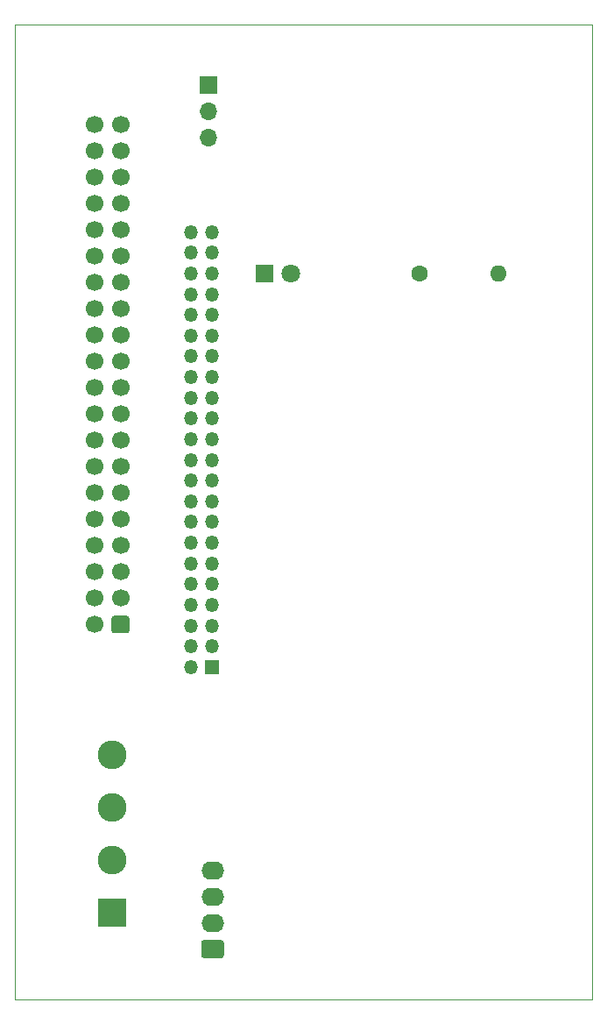
<source format=gbr>
G04 #@! TF.GenerationSoftware,KiCad,Pcbnew,5.1.8+dfsg1-1~bpo10+1*
G04 #@! TF.CreationDate,2020-11-27T20:05:00+01:00*
G04 #@! TF.ProjectId,SeagateST1adapter,53656167-6174-4655-9354-316164617074,1*
G04 #@! TF.SameCoordinates,Original*
G04 #@! TF.FileFunction,Soldermask,Bot*
G04 #@! TF.FilePolarity,Negative*
%FSLAX46Y46*%
G04 Gerber Fmt 4.6, Leading zero omitted, Abs format (unit mm)*
G04 Created by KiCad (PCBNEW 5.1.8+dfsg1-1~bpo10+1) date 2020-11-27 20:05:00*
%MOMM*%
%LPD*%
G01*
G04 APERTURE LIST*
G04 #@! TA.AperFunction,Profile*
%ADD10C,0.050000*%
G04 #@! TD*
%ADD11O,1.600000X1.600000*%
%ADD12C,1.600000*%
%ADD13C,1.800000*%
%ADD14R,1.800000X1.800000*%
%ADD15O,1.700000X1.700000*%
%ADD16R,1.700000X1.700000*%
%ADD17O,1.350000X1.350000*%
%ADD18R,1.350000X1.350000*%
%ADD19C,1.700000*%
%ADD20C,2.780000*%
%ADD21R,2.780000X2.780000*%
%ADD22O,2.190000X1.740000*%
G04 APERTURE END LIST*
D10*
X81330800Y-165100000D02*
X81330800Y-70967600D01*
X137160000Y-165100000D02*
X81330800Y-165100000D01*
X137160000Y-70967600D02*
X137160000Y-165100000D01*
X81330800Y-70967600D02*
X137160000Y-70967600D01*
D11*
G04 #@! TO.C,R1*
X128070000Y-95000000D03*
D12*
X120450000Y-95000000D03*
G04 #@! TD*
D13*
G04 #@! TO.C,D1*
X107990000Y-95000000D03*
D14*
X105450000Y-95000000D03*
G04 #@! TD*
D15*
G04 #@! TO.C,JP1*
X100050000Y-81880000D03*
X100050000Y-79340000D03*
D16*
X100050000Y-76800000D03*
G04 #@! TD*
D17*
G04 #@! TO.C,J7*
X98400000Y-91000000D03*
X100400000Y-91000000D03*
X98400000Y-93000000D03*
X100400000Y-93000000D03*
X98400000Y-95000000D03*
X100400000Y-95000000D03*
X98400000Y-97000000D03*
X100400000Y-97000000D03*
X98400000Y-99000000D03*
X100400000Y-99000000D03*
X98400000Y-101000000D03*
X100400000Y-101000000D03*
X98400000Y-103000000D03*
X100400000Y-103000000D03*
X98400000Y-105000000D03*
X100400000Y-105000000D03*
X98400000Y-107000000D03*
X100400000Y-107000000D03*
X98400000Y-109000000D03*
X100400000Y-109000000D03*
X98400000Y-111000000D03*
X100400000Y-111000000D03*
X98400000Y-113000000D03*
X100400000Y-113000000D03*
X98400000Y-115000000D03*
X100400000Y-115000000D03*
X98400000Y-117000000D03*
X100400000Y-117000000D03*
X98400000Y-119000000D03*
X100400000Y-119000000D03*
X98400000Y-121000000D03*
X100400000Y-121000000D03*
X98400000Y-123000000D03*
X100400000Y-123000000D03*
X98400000Y-125000000D03*
X100400000Y-125000000D03*
X98400000Y-127000000D03*
X100400000Y-127000000D03*
X98400000Y-129000000D03*
X100400000Y-129000000D03*
X98400000Y-131000000D03*
X100400000Y-131000000D03*
X98400000Y-133000000D03*
D18*
X100400000Y-133000000D03*
G04 #@! TD*
D19*
G04 #@! TO.C,J3*
X89010000Y-80640000D03*
X89010000Y-83180000D03*
X89010000Y-85720000D03*
X89010000Y-88260000D03*
X89010000Y-90800000D03*
X89010000Y-93340000D03*
X89010000Y-95880000D03*
X89010000Y-98420000D03*
X89010000Y-100960000D03*
X89010000Y-103500000D03*
X89010000Y-106040000D03*
X89010000Y-108580000D03*
X89010000Y-111120000D03*
X89010000Y-113660000D03*
X89010000Y-116200000D03*
X89010000Y-118740000D03*
X89010000Y-121280000D03*
X89010000Y-123820000D03*
X89010000Y-126360000D03*
X89010000Y-128900000D03*
X91550000Y-80640000D03*
X91550000Y-83180000D03*
X91550000Y-85720000D03*
X91550000Y-88260000D03*
X91550000Y-90800000D03*
X91550000Y-93340000D03*
X91550000Y-95880000D03*
X91550000Y-98420000D03*
X91550000Y-100960000D03*
X91550000Y-103500000D03*
X91550000Y-106040000D03*
X91550000Y-108580000D03*
X91550000Y-111120000D03*
X91550000Y-113660000D03*
X91550000Y-116200000D03*
X91550000Y-118740000D03*
X91550000Y-121280000D03*
X91550000Y-123820000D03*
X91550000Y-126360000D03*
G36*
G01*
X92400000Y-128300000D02*
X92400000Y-129500000D01*
G75*
G02*
X92150000Y-129750000I-250000J0D01*
G01*
X90950000Y-129750000D01*
G75*
G02*
X90700000Y-129500000I0J250000D01*
G01*
X90700000Y-128300000D01*
G75*
G02*
X90950000Y-128050000I250000J0D01*
G01*
X92150000Y-128050000D01*
G75*
G02*
X92400000Y-128300000I0J-250000D01*
G01*
G37*
G04 #@! TD*
D20*
G04 #@! TO.C,J5*
X90750000Y-141460000D03*
X90750000Y-146540000D03*
X90750000Y-151620000D03*
D21*
X90750000Y-156700000D03*
G04 #@! TD*
D22*
G04 #@! TO.C,J4*
X100450000Y-152630000D03*
X100450000Y-155170000D03*
X100450000Y-157710000D03*
G36*
G01*
X101295001Y-161120000D02*
X99604999Y-161120000D01*
G75*
G02*
X99355000Y-160870001I0J249999D01*
G01*
X99355000Y-159629999D01*
G75*
G02*
X99604999Y-159380000I249999J0D01*
G01*
X101295001Y-159380000D01*
G75*
G02*
X101545000Y-159629999I0J-249999D01*
G01*
X101545000Y-160870001D01*
G75*
G02*
X101295001Y-161120000I-249999J0D01*
G01*
G37*
G04 #@! TD*
M02*

</source>
